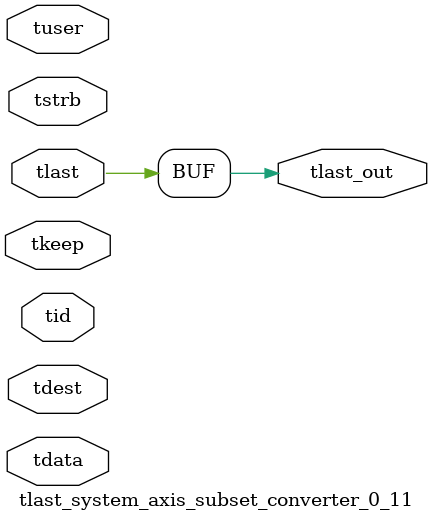
<source format=v>


`timescale 1ps/1ps

module tlast_system_axis_subset_converter_0_11 #
(
parameter C_S_AXIS_TID_WIDTH   = 1,
parameter C_S_AXIS_TUSER_WIDTH = 0,
parameter C_S_AXIS_TDATA_WIDTH = 0,
parameter C_S_AXIS_TDEST_WIDTH = 0
)
(
input  [(C_S_AXIS_TID_WIDTH   == 0 ? 1 : C_S_AXIS_TID_WIDTH)-1:0       ] tid,
input  [(C_S_AXIS_TDATA_WIDTH == 0 ? 1 : C_S_AXIS_TDATA_WIDTH)-1:0     ] tdata,
input  [(C_S_AXIS_TUSER_WIDTH == 0 ? 1 : C_S_AXIS_TUSER_WIDTH)-1:0     ] tuser,
input  [(C_S_AXIS_TDEST_WIDTH == 0 ? 1 : C_S_AXIS_TDEST_WIDTH)-1:0     ] tdest,
input  [(C_S_AXIS_TDATA_WIDTH/8)-1:0 ] tkeep,
input  [(C_S_AXIS_TDATA_WIDTH/8)-1:0 ] tstrb,
input  [0:0]                                                             tlast,
output                                                                   tlast_out
);

assign tlast_out = {tlast};

endmodule


</source>
